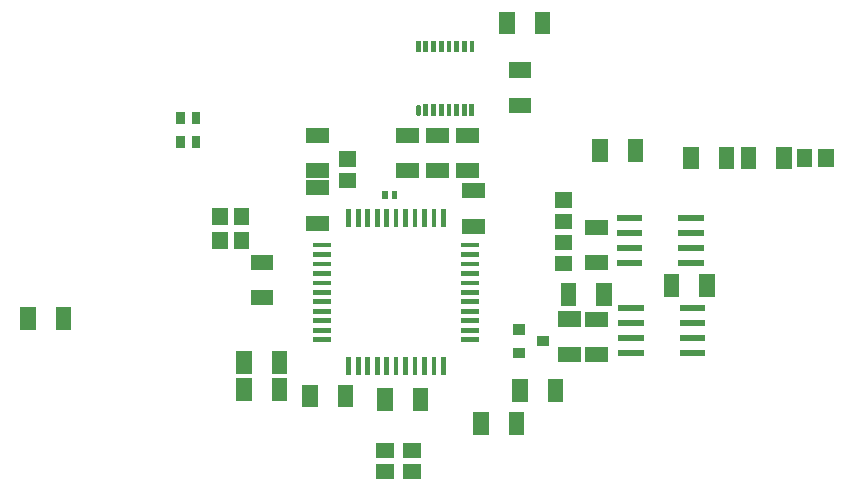
<source format=gbr>
G04 start of page 10 for group -4015 idx -4015 *
G04 Title: (unknown), toppaste *
G04 Creator: pcb 1.99z *
G04 CreationDate: Mon 30 Sep 2013 07:10:28 PM GMT UTC *
G04 For: commonadmin *
G04 Format: Gerber/RS-274X *
G04 PCB-Dimensions: 600000 500000 *
G04 PCB-Coordinate-Origin: lower left *
%MOIN*%
%FSLAX25Y25*%
%LNTOPPASTE*%
%ADD95R,0.0340X0.0340*%
%ADD94R,0.0200X0.0200*%
%ADD93R,0.0157X0.0157*%
%ADD92R,0.0512X0.0512*%
%ADD91R,0.0197X0.0197*%
%ADD90R,0.0160X0.0160*%
%ADD89C,0.0160*%
%ADD88R,0.0295X0.0295*%
G54D88*X72000Y128392D02*Y127408D01*
X66882Y128392D02*Y127408D01*
Y136392D02*Y135408D01*
X72000Y136392D02*Y135408D01*
G54D89*X146000Y139500D02*Y137300D01*
G54D90*X148600Y139500D02*Y137300D01*
X151100Y139500D02*Y137300D01*
X153700Y139500D02*Y137300D01*
X156300Y139500D02*Y137300D01*
X158800Y139500D02*Y137300D01*
X161400Y139500D02*Y137300D01*
X163900Y139500D02*Y137300D01*
X164000Y160700D02*Y158500D01*
X161400Y160700D02*Y158500D01*
X158900Y160700D02*Y158500D01*
X156300Y160700D02*Y158500D01*
X153700Y160700D02*Y158500D01*
X151200Y160700D02*Y158500D01*
X148600Y160700D02*Y158500D01*
X146100Y160700D02*Y158500D01*
G54D91*X135000Y110393D02*Y109607D01*
X138148Y110393D02*Y109607D01*
G54D92*X151319Y118190D02*X153681D01*
X151319Y130000D02*X153681D01*
X141319Y118190D02*X143681D01*
X141319Y130000D02*X143681D01*
X161319Y118190D02*X163681D01*
X161319Y130000D02*X163681D01*
X122107Y115000D02*X122893D01*
X122107Y122086D02*X122893D01*
X178819Y151810D02*X181181D01*
X178819Y140000D02*X181181D01*
X111319Y118190D02*X113681D01*
X111319Y130000D02*X113681D01*
X111319Y100690D02*X113681D01*
X111319Y112500D02*X113681D01*
X167000Y35081D02*Y32719D01*
X178810Y35081D02*Y32719D01*
X110005Y44306D02*Y41944D01*
X121815Y44306D02*Y41944D01*
X143607Y17900D02*X144393D01*
X143607Y24986D02*X144393D01*
X134607Y17900D02*X135393D01*
X134607Y24986D02*X135393D01*
X146810Y43081D02*Y40719D01*
X135000Y43081D02*Y40719D01*
X88000Y55381D02*Y53019D01*
X99810Y55381D02*Y53019D01*
X88000Y46381D02*Y44019D01*
X99810Y46381D02*Y44019D01*
G54D93*X111787Y93396D02*X116213D01*
X111787Y90247D02*X116213D01*
X111787Y87097D02*X116213D01*
X111787Y83948D02*X116213D01*
X111787Y80798D02*X116213D01*
X111787Y77648D02*X116213D01*
X111787Y74499D02*X116213D01*
X111787Y71349D02*X116213D01*
X111787Y68200D02*X116213D01*
X111787Y65050D02*X116213D01*
X111787Y61900D02*X116213D01*
X122937Y55176D02*Y50750D01*
X126086Y55176D02*Y50750D01*
X129236Y55176D02*Y50750D01*
X132385Y55176D02*Y50750D01*
X135535Y55176D02*Y50750D01*
X138685Y55176D02*Y50750D01*
X141834Y55176D02*Y50750D01*
X144984Y55176D02*Y50750D01*
X148133Y55176D02*Y50750D01*
X151283Y55176D02*Y50750D01*
X154433Y55176D02*Y50750D01*
X161157Y61900D02*X165583D01*
X161157Y65049D02*X165583D01*
X161157Y68199D02*X165583D01*
X161157Y71348D02*X165583D01*
X161157Y74498D02*X165583D01*
X161157Y77648D02*X165583D01*
X161157Y80797D02*X165583D01*
X161157Y83947D02*X165583D01*
X161157Y87096D02*X165583D01*
X161157Y90246D02*X165583D01*
X161157Y93396D02*X165583D01*
X154433Y104546D02*Y100120D01*
X151284Y104546D02*Y100120D01*
X148134Y104546D02*Y100120D01*
X144985Y104546D02*Y100120D01*
X141835Y104546D02*Y100120D01*
X138685Y104546D02*Y100120D01*
X135536Y104546D02*Y100120D01*
X132386Y104546D02*Y100120D01*
X129237Y104546D02*Y100120D01*
X126087Y104546D02*Y100120D01*
X122937Y104546D02*Y100120D01*
G54D92*X92819Y87710D02*X95181D01*
X92819Y75900D02*X95181D01*
X80000Y95293D02*Y94507D01*
X87086Y95293D02*Y94507D01*
X80000Y103293D02*Y102507D01*
X87086Y103293D02*Y102507D01*
X16000Y70081D02*Y67719D01*
X27810Y70081D02*Y67719D01*
X180000Y46181D02*Y43819D01*
X191810Y46181D02*Y43819D01*
X207985Y78055D02*Y75693D01*
X196175Y78055D02*Y75693D01*
X204304Y56874D02*X206666D01*
X204304Y68684D02*X206666D01*
X195319Y68810D02*X197681D01*
X195319Y57000D02*X197681D01*
X230500Y81181D02*Y78819D01*
X242310Y81181D02*Y78819D01*
X204319Y87500D02*X206681D01*
X204319Y99310D02*X206681D01*
X194107Y87224D02*X194893D01*
X194107Y94310D02*X194893D01*
X194107Y101310D02*X194893D01*
X194107Y108396D02*X194893D01*
X218500Y126181D02*Y123819D01*
X206690Y126181D02*Y123819D01*
G54D94*X213250Y102500D02*X219750D01*
X213250Y97500D02*X219750D01*
X213250Y92500D02*X219750D01*
X213250Y87500D02*X219750D01*
X233750D02*X240250D01*
X233750Y92500D02*X240250D01*
X233750Y97500D02*X240250D01*
X233750Y102500D02*X240250D01*
G54D95*X179200Y65300D02*X179800D01*
X179200Y57500D02*X179800D01*
X187400Y61400D02*X188000D01*
G54D94*X213750Y72500D02*X220250D01*
X213750Y67500D02*X220250D01*
X213750Y62500D02*X220250D01*
X213750Y57500D02*X220250D01*
X234250D02*X240750D01*
X234250Y62500D02*X240750D01*
X234250Y67500D02*X240750D01*
X234250Y72500D02*X240750D01*
G54D92*X237000Y123681D02*Y121319D01*
X248810Y123681D02*Y121319D01*
X256189Y123681D02*Y121319D01*
X267999Y123681D02*Y121319D01*
X274914Y122893D02*Y122107D01*
X282000Y122893D02*Y122107D01*
X187500Y168681D02*Y166319D01*
X175690Y168681D02*Y166319D01*
X163319Y111500D02*X165681D01*
X163319Y99690D02*X165681D01*
M02*

</source>
